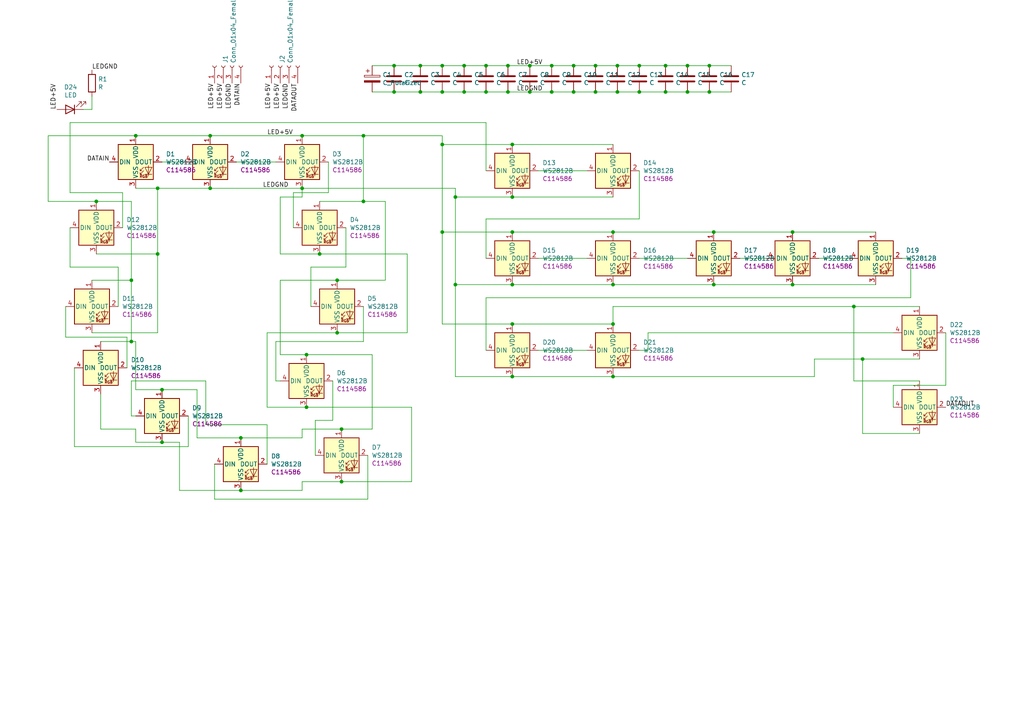
<source format=kicad_sch>
(kicad_sch (version 20211123) (generator eeschema)
  (paper "A4")
  (title_block (title "FCS PANEL") (date "2023-02-10") (rev "3"))
  (lib_symbols
    (symbol "Connector:Conn_01x04_Female" (pin_names (offset 1.016) hide)
      (property "Reference" "J" (at 0 5.08 0))
      (property "Value" "Conn_01x04_Female" (at 0 -7.62 0))
      (symbol "Conn_01x04_Female_1_1"
        (arc (start 0 -4.572) (mid -0.508 -5.08) (end 0 -5.588) (stroke (width 0.1524)))
        (arc (start 0 -2.032) (mid -0.508 -2.54) (end 0 -3.048) (stroke (width 0.1524)))
        (polyline (pts (xy -1.27 -5.08) (xy -0.508 -5.08)) (stroke (width 0.1524)))
        (polyline (pts (xy -1.27 -2.54) (xy -0.508 -2.54)) (stroke (width 0.1524)))
        (polyline (pts (xy -1.27 0) (xy -0.508 0)) (stroke (width 0.1524)))
        (polyline (pts (xy -1.27 2.54) (xy -0.508 2.54)) (stroke (width 0.1524)))
        (arc (start 0 0.508) (mid -0.508 0) (end 0 -0.508) (stroke (width 0.1524)))
        (arc (start 0 3.048) (mid -0.508 2.54) (end 0 2.032) (stroke (width 0.1524)))
        (pin passive line (at -5.08 2.54 0) (length 3.81) (name "Pin_1") (number "1"))
        (pin passive line (at -5.08 0 0) (length 3.81) (name "Pin_2") (number "2"))
        (pin passive line (at -5.08 -2.54 0) (length 3.81) (name "Pin_3") (number "3"))
        (pin passive line (at -5.08 -5.08 0) (length 3.81) (name "Pin_4") (number "4"))
      )
    )
    (symbol "Device:C" (pin_numbers hide) (pin_names (offset 0.254))
      (property "Reference" "C" (at 0.635 2.54 0))
      (property "Value" "C" (at 0.635 -2.54 0))
      (symbol "C_0_1"
        (polyline (pts (xy -2.032 -0.762) (xy 2.032 -0.762)) (stroke (width 0.508)))
        (polyline (pts (xy -2.032 0.762) (xy 2.032 0.762)) (stroke (width 0.508)))
      )
      (symbol "C_1_1"
        (pin passive line (at 0 3.81 270) (length 2.794) (name "~") (number "1"))
        (pin passive line (at 0 -3.81 90) (length 2.794) (name "~") (number "2"))
      )
    )
    (symbol "Device:C_Polarized" (pin_numbers hide) (pin_names (offset 0.254))
      (property "Reference" "C" (at 0.635 2.54 0))
      (property "Value" "C_Polarized" (at 0.635 -2.54 0))
      (symbol "C_Polarized_0_1"
        (rectangle (start -2.286 0.508) (end 2.286 1.016))
        (polyline (pts (xy -1.778 2.286) (xy -0.762 2.286)))
        (polyline (pts (xy -1.27 2.794) (xy -1.27 1.778)))
        (rectangle (start 2.286 -0.508) (end -2.286 -1.016) (fill (type outline)))
      )
      (symbol "C_Polarized_1_1"
        (pin passive line (at 0 3.81 270) (length 2.794) (name "~") (number "1"))
        (pin passive line (at 0 -3.81 90) (length 2.794) (name "~") (number "2"))
      )
    )
    (symbol "Device:LED" (pin_numbers hide) (pin_names (offset 1.016) hide)
      (property "Reference" "D" (at 0 2.54 0))
      (property "Value" "LED" (at 0 -2.54 0))
      (symbol "LED_0_1"
        (polyline (pts (xy -1.27 -1.27) (xy -1.27 1.27)) (stroke (width 0.254)))
        (polyline (pts (xy -1.27 0) (xy 1.27 0)))
        (polyline (pts (xy 1.27 -1.27) (xy 1.27 1.27) (xy -1.27 0) (xy 1.27 -1.27)) (stroke (width 0.254)))
        (polyline (pts (xy -3.048 -0.762) (xy -4.572 -2.286) (xy -3.81 -2.286) (xy -4.572 -2.286) (xy -4.572 -1.524)))
        (polyline (pts (xy -1.778 -0.762) (xy -3.302 -2.286) (xy -2.54 -2.286) (xy -3.302 -2.286) (xy -3.302 -1.524)))
      )
      (symbol "LED_1_1"
        (pin passive line (at -3.81 0 0) (length 2.54) (name "K") (number "1"))
        (pin passive line (at 3.81 0 180) (length 2.54) (name "A") (number "2"))
      )
    )
    (symbol "Device:R" (pin_numbers hide) (pin_names (offset 0))
      (property "Reference" "R" (at 2.032 0 90))
      (property "Value" "R" (at 0 0 90))
      (symbol "R_0_1"
        (rectangle (start -1.016 -2.54) (end 1.016 2.54) (stroke (width 0.254)))
      )
      (symbol "R_1_1"
        (pin passive line (at 0 3.81 270) (length 1.27) (name "~") (number "1"))
        (pin passive line (at 0 -3.81 90) (length 1.27) (name "~") (number "2"))
      )
    )
    (symbol "LED:WS2812B" (pin_names (offset 0.254))
      (property "Reference" "D" (at 5.08 5.715 0))
      (property "Value" "WS2812B" (at 1.27 -5.715 0))
      (symbol "WS2812B_0_0"
        (text "RGB" (at 2.286 -4.191 0) (effects (font (size 0.762 0.762))))
      )
      (symbol "WS2812B_0_1"
        (polyline (pts (xy 1.27 -3.556) (xy 1.778 -3.556)))
        (polyline (pts (xy 1.27 -2.54) (xy 1.778 -2.54)))
        (polyline (pts (xy 4.699 -3.556) (xy 2.667 -3.556)))
        (polyline (pts (xy 2.286 -2.54) (xy 1.27 -3.556) (xy 1.27 -3.048)))
        (polyline (pts (xy 2.286 -1.524) (xy 1.27 -2.54) (xy 1.27 -2.032)))
        (polyline (pts (xy 3.683 -1.016) (xy 3.683 -3.556) (xy 3.683 -4.064)))
        (polyline (pts (xy 4.699 -1.524) (xy 2.667 -1.524) (xy 3.683 -3.556) (xy 4.699 -1.524)))
        (rectangle (start 5.08 5.08) (end -5.08 -5.08) (stroke (width 0.254)) (fill (type background)))
      )
      (symbol "WS2812B_1_1"
        (pin power_in line (at 0 7.62 270) (length 2.54) (name "VDD") (number "1"))
        (pin output line (at 7.62 0 180) (length 2.54) (name "DOUT") (number "2"))
        (pin power_in line (at 0 -7.62 90) (length 2.54) (name "VSS") (number "3"))
        (pin input line (at -7.62 0 0) (length 2.54) (name "DIN") (number "4"))
      )
    )
  )
  (junction (at 45.72 73.66))
  (junction (at 177.8 82.55))
  (junction (at 193.04 26.67))
  (junction (at 153.67 19.05))
  (junction (at 247.65 88.9))
  (junction (at 147.32 19.05))
  (junction (at 199.39 19.05))
  (junction (at 99.06 124.46))
  (junction (at 132.08 57.15))
  (junction (at 147.32 26.67))
  (junction (at 105.41 39.37))
  (junction (at 177.8 109.22))
  (junction (at 97.79 96.52))
  (junction (at 179.07 19.05))
  (junction (at 148.59 93.98))
  (junction (at 69.85 127))
  (junction (at 166.37 26.67))
  (junction (at 229.87 82.55))
  (junction (at 128.27 41.91))
  (junction (at 134.62 19.05))
  (junction (at 88.9 102.87))
  (junction (at 207.01 82.55))
  (junction (at 45.72 54.61))
  (junction (at 229.87 67.31))
  (junction (at 148.59 57.15))
  (junction (at 87.63 54.61))
  (junction (at 148.59 82.55))
  (junction (at 172.72 26.67))
  (junction (at 39.37 39.37))
  (junction (at 92.71 73.66))
  (junction (at 97.79 81.28))
  (junction (at 250.19 104.14))
  (junction (at 121.92 26.67))
  (junction (at 185.42 26.67))
  (junction (at 128.27 67.31))
  (junction (at 105.41 58.42))
  (junction (at 199.39 26.67))
  (junction (at 205.74 26.67))
  (junction (at 205.74 19.05))
  (junction (at 148.59 109.22))
  (junction (at 177.8 93.98))
  (junction (at 60.96 54.61))
  (junction (at 207.01 67.31))
  (junction (at 114.3 26.67))
  (junction (at 46.99 113.03))
  (junction (at 69.85 142.24))
  (junction (at 38.1 81.28))
  (junction (at 99.06 139.7))
  (junction (at 46.99 128.27))
  (junction (at 166.37 19.05))
  (junction (at 134.62 26.67))
  (junction (at 160.02 26.67))
  (junction (at 60.96 39.37))
  (junction (at 128.27 26.67))
  (junction (at 160.02 19.05))
  (junction (at 148.59 67.31))
  (junction (at 153.67 26.67))
  (junction (at 88.9 118.11))
  (junction (at 185.42 19.05))
  (junction (at 87.63 39.37))
  (junction (at 132.08 82.55))
  (junction (at 27.94 58.42))
  (junction (at 140.97 19.05))
  (junction (at 177.8 67.31))
  (junction (at 172.72 19.05))
  (junction (at 179.07 26.67))
  (junction (at 140.97 26.67))
  (junction (at 148.59 41.91))
  (junction (at 38.1 99.06))
  (junction (at 121.92 19.05))
  (junction (at 193.04 19.05))
  (junction (at 114.3 19.05))
  (junction (at 128.27 19.05))
  (wire (pts (xy 45.72 73.66) (xy 45.72 54.61)))
  (wire (pts (xy 111.76 58.42) (xy 111.76 81.28)))
  (wire (pts (xy 193.04 19.05) (xy 199.39 19.05)))
  (wire (pts (xy 81.28 102.87) (xy 88.9 102.87)))
  (wire (pts (xy 185.42 26.67) (xy 179.07 26.67)))
  (wire (pts (xy 166.37 26.67) (xy 160.02 26.67)))
  (wire (pts (xy 107.95 124.46) (xy 99.06 124.46)))
  (wire (pts (xy 236.22 109.22) (xy 236.22 104.14)))
  (wire (pts (xy 52.07 142.24) (xy 69.85 142.24)))
  (wire (pts (xy 100.33 66.04) (xy 100.33 77.47)))
  (wire (pts (xy 69.85 127) (xy 87.63 127)))
  (wire (pts (xy 38.1 81.28) (xy 26.67 81.28)))
  (wire (pts (xy 166.37 19.05) (xy 160.02 19.05)))
  (wire (pts (xy 156.21 101.6) (xy 170.18 101.6)))
  (wire (pts (xy 87.63 139.7) (xy 87.63 142.24)))
  (wire (pts (xy 132.08 82.55) (xy 148.59 82.55)))
  (wire (pts (xy 147.32 26.67) (xy 140.97 26.67)))
  (wire (pts (xy 35.56 55.88) (xy 20.32 55.88)))
  (wire (pts (xy 39.37 113.03) (xy 39.37 99.06)))
  (wire (pts (xy 128.27 19.05) (xy 121.92 19.05)))
  (wire (pts (xy 105.41 58.42) (xy 111.76 58.42)))
  (wire (pts (xy 148.59 57.15) (xy 177.8 57.15)))
  (wire (pts (xy 88.9 102.87) (xy 107.95 102.87)))
  (wire (pts (xy 185.42 19.05) (xy 193.04 19.05)))
  (wire (pts (xy 121.92 26.67) (xy 114.3 26.67)))
  (wire (pts (xy 77.47 118.11) (xy 88.9 118.11)))
  (wire (pts (xy 87.63 39.37) (xy 105.41 39.37)))
  (wire (pts (xy 134.62 19.05) (xy 128.27 19.05)))
  (wire (pts (xy 95.25 46.99) (xy 95.25 55.88)))
  (wire (pts (xy 13.97 58.42) (xy 13.97 39.37)))
  (wire (pts (xy 128.27 39.37) (xy 105.41 39.37)))
  (wire (pts (xy 87.63 142.24) (xy 69.85 142.24)))
  (wire (pts (xy 60.96 54.61) (xy 87.63 54.61)))
  (wire (pts (xy 69.85 127) (xy 57.15 127)))
  (wire (pts (xy 205.74 26.67) (xy 199.39 26.67)))
  (wire (pts (xy 91.44 121.92) (xy 91.44 132.08)))
  (wire (pts (xy 105.41 88.9) (xy 105.41 99.06)))
  (wire (pts (xy 38.1 99.06) (xy 29.21 99.06)))
  (wire (pts (xy 259.08 111.76) (xy 259.08 118.11)))
  (wire (pts (xy 106.68 144.78) (xy 62.23 144.78)))
  (wire (pts (xy 21.59 129.54) (xy 21.59 106.68)))
  (wire (pts (xy 247.65 88.9) (xy 247.65 110.49)))
  (wire (pts (xy 105.41 99.06) (xy 80.01 99.06)))
  (wire (pts (xy 274.32 111.76) (xy 259.08 111.76)))
  (wire (pts (xy 13.97 39.37) (xy 39.37 39.37)))
  (wire (pts (xy 274.32 96.52) (xy 274.32 111.76)))
  (wire (pts (xy 177.8 109.22) (xy 236.22 109.22)))
  (wire (pts (xy 132.08 57.15) (xy 148.59 57.15)))
  (wire (pts (xy 99.06 124.46) (xy 87.63 124.46)))
  (wire (pts (xy 39.37 54.61) (xy 45.72 54.61)))
  (wire (pts (xy 39.37 128.27) (xy 46.99 128.27)))
  (wire (pts (xy 177.8 82.55) (xy 207.01 82.55)))
  (wire (pts (xy 38.1 58.42) (xy 27.94 58.42)))
  (wire (pts (xy 106.68 132.08) (xy 106.68 144.78)))
  (wire (pts (xy 148.59 109.22) (xy 177.8 109.22)))
  (wire (pts (xy 140.97 35.56) (xy 140.97 49.53)))
  (wire (pts (xy 261.62 74.93) (xy 264.16 74.93)))
  (wire (pts (xy 19.05 97.79) (xy 19.05 88.9)))
  (wire (pts (xy 99.06 139.7) (xy 87.63 139.7)))
  (wire (pts (xy 97.79 81.28) (xy 81.28 81.28)))
  (wire (pts (xy 140.97 26.67) (xy 134.62 26.67)))
  (wire (pts (xy 38.1 81.28) (xy 38.1 58.42)))
  (wire (pts (xy 45.72 96.52) (xy 26.67 96.52)))
  (wire (pts (xy 132.08 109.22) (xy 148.59 109.22)))
  (wire (pts (xy 134.62 26.67) (xy 128.27 26.67)))
  (wire (pts (xy 132.08 82.55) (xy 132.08 109.22)))
  (wire (pts (xy 80.01 99.06) (xy 80.01 110.49)))
  (wire (pts (xy 87.63 54.61) (xy 87.63 57.15)))
  (wire (pts (xy 148.59 93.98) (xy 177.8 93.98)))
  (wire (pts (xy 107.95 26.67) (xy 114.3 26.67)))
  (wire (pts (xy 229.87 82.55) (xy 254 82.55)))
  (wire (pts (xy 140.97 86.36) (xy 140.97 101.6)))
  (wire (pts (xy 45.72 73.66) (xy 45.72 96.52)))
  (wire (pts (xy 250.19 125.73) (xy 266.7 125.73)))
  (wire (pts (xy 199.39 26.67) (xy 193.04 26.67)))
  (wire (pts (xy 105.41 58.42) (xy 92.71 58.42)))
  (wire (pts (xy 29.21 114.3) (xy 29.21 124.46)))
  (wire (pts (xy 20.32 77.47) (xy 20.32 66.04)))
  (wire (pts (xy 13.97 58.42) (xy 27.94 58.42)))
  (wire (pts (xy 214.63 74.93) (xy 222.25 74.93)))
  (wire (pts (xy 24.13 31.75) (xy 26.67 31.75)))
  (wire (pts (xy 128.27 67.31) (xy 148.59 67.31)))
  (wire (pts (xy 77.47 96.52) (xy 77.47 118.11)))
  (wire (pts (xy 177.8 88.9) (xy 247.65 88.9)))
  (wire (pts (xy 147.32 19.05) (xy 140.97 19.05)))
  (wire (pts (xy 128.27 41.91) (xy 128.27 67.31)))
  (wire (pts (xy 38.1 110.49) (xy 38.1 120.65)))
  (wire (pts (xy 46.99 113.03) (xy 39.37 113.03)))
  (wire (pts (xy 128.27 41.91) (xy 148.59 41.91)))
  (wire (pts (xy 179.07 26.67) (xy 172.72 26.67)))
  (wire (pts (xy 54.61 120.65) (xy 54.61 129.54)))
  (wire (pts (xy 207.01 67.31) (xy 229.87 67.31)))
  (wire (pts (xy 177.8 67.31) (xy 207.01 67.31)))
  (wire (pts (xy 212.09 26.67) (xy 205.74 26.67)))
  (wire (pts (xy 97.79 96.52) (xy 77.47 96.52)))
  (wire (pts (xy 153.67 26.67) (xy 147.32 26.67)))
  (wire (pts (xy 81.28 57.15) (xy 81.28 73.66)))
  (wire (pts (xy 97.79 81.28) (xy 111.76 81.28)))
  (wire (pts (xy 59.69 110.49) (xy 38.1 110.49)))
  (wire (pts (xy 187.96 96.52) (xy 259.08 96.52)))
  (wire (pts (xy 88.9 118.11) (xy 119.38 118.11)))
  (wire (pts (xy 132.08 57.15) (xy 132.08 54.61)))
  (wire (pts (xy 35.56 66.04) (xy 35.56 55.88)))
  (wire (pts (xy 20.32 35.56) (xy 140.97 35.56)))
  (wire (pts (xy 207.01 82.55) (xy 229.87 82.55)))
  (wire (pts (xy 39.37 99.06) (xy 38.1 99.06)))
  (wire (pts (xy 68.58 46.99) (xy 80.01 46.99)))
  (wire (pts (xy 46.99 128.27) (xy 52.07 128.27)))
  (wire (pts (xy 27.94 73.66) (xy 45.72 73.66)))
  (wire (pts (xy 95.25 55.88) (xy 85.09 55.88)))
  (wire (pts (xy 236.22 104.14) (xy 250.19 104.14)))
  (wire (pts (xy 153.67 19.05) (xy 147.32 19.05)))
  (wire (pts (xy 80.01 110.49) (xy 81.28 110.49)))
  (wire (pts (xy 119.38 139.7) (xy 99.06 139.7)))
  (wire (pts (xy 185.42 74.93) (xy 199.39 74.93)))
  (wire (pts (xy 57.15 127) (xy 57.15 113.03)))
  (wire (pts (xy 148.59 41.91) (xy 177.8 41.91)))
  (wire (pts (xy 92.71 73.66) (xy 118.11 73.66)))
  (wire (pts (xy 81.28 81.28) (xy 81.28 102.87)))
  (wire (pts (xy 185.42 63.5) (xy 140.97 63.5)))
  (wire (pts (xy 59.69 123.19) (xy 59.69 110.49)))
  (wire (pts (xy 185.42 19.05) (xy 179.07 19.05)))
  (wire (pts (xy 250.19 104.14) (xy 250.19 125.73)))
  (wire (pts (xy 90.17 77.47) (xy 90.17 88.9)))
  (wire (pts (xy 62.23 144.78) (xy 62.23 134.62)))
  (wire (pts (xy 81.28 73.66) (xy 92.71 73.66)))
  (wire (pts (xy 96.52 121.92) (xy 91.44 121.92)))
  (wire (pts (xy 34.29 88.9) (xy 34.29 77.47)))
  (wire (pts (xy 36.83 97.79) (xy 19.05 97.79)))
  (wire (pts (xy 39.37 124.46) (xy 39.37 128.27)))
  (wire (pts (xy 128.27 26.67) (xy 121.92 26.67)))
  (wire (pts (xy 237.49 74.93) (xy 246.38 74.93)))
  (wire (pts (xy 140.97 63.5) (xy 140.97 74.93)))
  (wire (pts (xy 128.27 93.98) (xy 148.59 93.98)))
  (wire (pts (xy 172.72 26.67) (xy 166.37 26.67)))
  (wire (pts (xy 100.33 77.47) (xy 90.17 77.47)))
  (wire (pts (xy 148.59 82.55) (xy 177.8 82.55)))
  (wire (pts (xy 38.1 120.65) (xy 39.37 120.65)))
  (wire (pts (xy 97.79 96.52) (xy 118.11 96.52)))
  (wire (pts (xy 121.92 19.05) (xy 114.3 19.05)))
  (wire (pts (xy 160.02 26.67) (xy 153.67 26.67)))
  (wire (pts (xy 29.21 124.46) (xy 39.37 124.46)))
  (wire (pts (xy 156.21 74.93) (xy 170.18 74.93)))
  (wire (pts (xy 39.37 39.37) (xy 60.96 39.37)))
  (wire (pts (xy 264.16 74.93) (xy 264.16 86.36)))
  (wire (pts (xy 107.95 19.05) (xy 114.3 19.05)))
  (wire (pts (xy 185.42 101.6) (xy 187.96 101.6)))
  (wire (pts (xy 46.99 46.99) (xy 53.34 46.99)))
  (wire (pts (xy 118.11 73.66) (xy 118.11 96.52)))
  (wire (pts (xy 87.63 57.15) (xy 81.28 57.15)))
  (wire (pts (xy 52.07 128.27) (xy 52.07 142.24)))
  (wire (pts (xy 199.39 19.05) (xy 205.74 19.05)))
  (wire (pts (xy 87.63 124.46) (xy 87.63 127)))
  (wire (pts (xy 77.47 123.19) (xy 59.69 123.19)))
  (wire (pts (xy 250.19 104.14) (xy 266.7 104.14)))
  (wire (pts (xy 96.52 110.49) (xy 96.52 121.92)))
  (wire (pts (xy 85.09 55.88) (xy 85.09 66.04)))
  (wire (pts (xy 107.95 102.87) (xy 107.95 124.46)))
  (wire (pts (xy 128.27 67.31) (xy 128.27 93.98)))
  (wire (pts (xy 119.38 118.11) (xy 119.38 139.7)))
  (wire (pts (xy 193.04 26.67) (xy 185.42 26.67)))
  (wire (pts (xy 187.96 101.6) (xy 187.96 96.52)))
  (wire (pts (xy 148.59 67.31) (xy 177.8 67.31)))
  (wire (pts (xy 132.08 57.15) (xy 132.08 82.55)))
  (wire (pts (xy 38.1 99.06) (xy 38.1 81.28)))
  (wire (pts (xy 247.65 88.9) (xy 266.7 88.9)))
  (wire (pts (xy 45.72 54.61) (xy 60.96 54.61)))
  (wire (pts (xy 179.07 19.05) (xy 172.72 19.05)))
  (wire (pts (xy 77.47 134.62) (xy 77.47 123.19)))
  (wire (pts (xy 57.15 113.03) (xy 46.99 113.03)))
  (wire (pts (xy 205.74 19.05) (xy 212.09 19.05)))
  (wire (pts (xy 132.08 54.61) (xy 87.63 54.61)))
  (wire (pts (xy 172.72 19.05) (xy 166.37 19.05)))
  (wire (pts (xy 185.42 49.53) (xy 185.42 63.5)))
  (wire (pts (xy 34.29 77.47) (xy 20.32 77.47)))
  (wire (pts (xy 26.67 31.75) (xy 26.67 27.94)))
  (wire (pts (xy 105.41 39.37) (xy 105.41 58.42)))
  (wire (pts (xy 264.16 86.36) (xy 140.97 86.36)))
  (wire (pts (xy 160.02 19.05) (xy 153.67 19.05)))
  (wire (pts (xy 177.8 88.9) (xy 177.8 93.98)))
  (wire (pts (xy 54.61 129.54) (xy 21.59 129.54)))
  (wire (pts (xy 140.97 19.05) (xy 134.62 19.05)))
  (wire (pts (xy 20.32 55.88) (xy 20.32 35.56)))
  (wire (pts (xy 247.65 110.49) (xy 266.7 110.49)))
  (wire (pts (xy 60.96 39.37) (xy 87.63 39.37)))
  (wire (pts (xy 229.87 67.31) (xy 254 67.31)))
  (wire (pts (xy 156.21 49.53) (xy 170.18 49.53)))
  (wire (pts (xy 128.27 41.91) (xy 128.27 39.37)))
  (wire (pts (xy 36.83 106.68) (xy 36.83 97.79)))
  (label "LED+5V" (at 16.51 31.75 90))
  (label "LED+5V" (at 81.28 24.13 270))
  (label "LEDGND" (at 26.67 20.32 0))
  (label "LED+5V" (at 64.77 24.13 270))
  (label "LED+5V" (at 78.74 24.13 270))
  (label "LEDGND" (at 76.2 54.61 0))
  (label "LED+5V" (at 62.23 24.13 270))
  (label "DATAIN" (at 69.85 24.13 270))
  (label "DATAOUT" (at 274.32 118.11 0))
  (label "LED+5V" (at 77.47 39.37 0))
  (label "LEDGND" (at 149.86 26.67 0))
  (label "LEDGND" (at 83.82 24.13 270))
  (label "DATAIN" (at 31.75 46.99 180))
  (label "DATAOUT" (at 86.36 24.13 270))
  (label "LED+5V" (at 149.86 19.05 0))
  (label "LEDGND" (at 67.31 24.13 270))
  (symbol (lib_id "Connector:Conn_01x04_Female") (at 64.77 19.05 90) (unit 1)
    (property "Reference" "J1" (at 65.3796 18.3388 0) (effects (justify left)))
    (property "Value" "Conn_01x04_Female" (at 67.691 18.3388 0) (effects (justify left)))
    (property "Footprint" "OH_Footprints:Molex_Mini-Fit_Jr_5566-04A_2x02_P4.20mm_Vertical" (effects hide))
  )
  (symbol (lib_id "Connector:Conn_01x04_Female") (at 81.28 19.05 90) (unit 1)
    (property "Reference" "J2" (at 81.8896 18.3388 0) (effects (justify left)))
    (property "Value" "Conn_01x04_Female" (at 84.201 18.3388 0) (effects (justify left)))
    (property "Footprint" "OH_Footprints:Molex_Mini-Fit_Jr_5566-04A_2x02_P4.20mm_Vertical" (effects hide))
  )
  (symbol (lib_id "LED:WS2812B") (at 39.37 46.99 0) (unit 1)
    (property "Reference" "D1" (at 48.1076 44.6786 0) (effects (justify left)))
    (property "Value" "WS2812B" (at 48.1076 46.99 0) (effects (justify left)))
    (property "Footprint" "OH_Footprints:LED_WS2812B_PLCC4_5.0x5.0mm_P3.2mm" (effects hide))
    (property "Datasheet" "https://cdn-shop.adafruit.com/datasheets/WS2812B.pdf" (effects hide))
    (property "LCSC Part Number" "C114586" (at 48.1076 49.3014 0) (effects (justify left)))
  )
  (symbol (lib_id "LED:WS2812B") (at 60.96 46.99 0) (unit 1)
    (property "Reference" "D2" (at 69.6976 44.6786 0) (effects (justify left)))
    (property "Value" "WS2812B" (at 69.6976 46.99 0) (effects (justify left)))
    (property "Footprint" "OH_Footprints:LED_WS2812B_PLCC4_5.0x5.0mm_P3.2mm" (effects hide))
    (property "Datasheet" "https://cdn-shop.adafruit.com/datasheets/WS2812B.pdf" (effects hide))
    (property "LCSC Part Number" "C114586" (at 69.6976 49.3014 0) (effects (justify left)))
  )
  (symbol (lib_id "LED:WS2812B") (at 87.63 46.99 0) (unit 1)
    (property "Reference" "D3" (at 96.3676 44.6786 0) (effects (justify left)))
    (property "Value" "WS2812B" (at 96.3676 46.99 0) (effects (justify left)))
    (property "Footprint" "OH_Footprints:LED_WS2812B_PLCC4_5.0x5.0mm_P3.2mm" (effects hide))
    (property "Datasheet" "https://cdn-shop.adafruit.com/datasheets/WS2812B.pdf" (effects hide))
    (property "LCSC Part Number" "C114586" (at 96.3676 49.3014 0) (effects (justify left)))
  )
  (symbol (lib_id "LED:WS2812B") (at 92.71 66.04 0) (unit 1)
    (property "Reference" "D4" (at 101.4476 63.7286 0) (effects (justify left)))
    (property "Value" "WS2812B" (at 101.4476 66.04 0) (effects (justify left)))
    (property "Footprint" "OH_Footprints:LED_WS2812B_PLCC4_5.0x5.0mm_P3.2mm" (effects hide))
    (property "Datasheet" "https://cdn-shop.adafruit.com/datasheets/WS2812B.pdf" (effects hide))
    (property "LCSC Part Number" "C114586" (at 101.4476 68.3514 0) (effects (justify left)))
  )
  (symbol (lib_id "LED:WS2812B") (at 97.79 88.9 0) (unit 1)
    (property "Reference" "D5" (at 106.5276 86.5886 0) (effects (justify left)))
    (property "Value" "WS2812B" (at 106.5276 88.9 0) (effects (justify left)))
    (property "Footprint" "OH_Footprints:LED_WS2812B_PLCC4_5.0x5.0mm_P3.2mm" (effects hide))
    (property "Datasheet" "https://cdn-shop.adafruit.com/datasheets/WS2812B.pdf" (effects hide))
    (property "LCSC Part Number" "C114586" (at 106.5276 91.2114 0) (effects (justify left)))
  )
  (symbol (lib_id "LED:WS2812B") (at 88.9 110.49 0) (unit 1)
    (property "Reference" "D6" (at 97.6376 108.1786 0) (effects (justify left)))
    (property "Value" "WS2812B" (at 97.6376 110.49 0) (effects (justify left)))
    (property "Footprint" "OH_Footprints:LED_WS2812B_PLCC4_5.0x5.0mm_P3.2mm" (effects hide))
    (property "Datasheet" "https://cdn-shop.adafruit.com/datasheets/WS2812B.pdf" (effects hide))
    (property "LCSC Part Number" "C114586" (at 97.6376 112.8014 0) (effects (justify left)))
  )
  (symbol (lib_id "LED:WS2812B") (at 99.06 132.08 0) (unit 1)
    (property "Reference" "D7" (at 107.7976 129.7686 0) (effects (justify left)))
    (property "Value" "WS2812B" (at 107.7976 132.08 0) (effects (justify left)))
    (property "Footprint" "OH_Footprints:LED_WS2812B_PLCC4_5.0x5.0mm_P3.2mm" (effects hide))
    (property "Datasheet" "https://cdn-shop.adafruit.com/datasheets/WS2812B.pdf" (effects hide))
    (property "LCSC Part Number" "C114586" (at 107.7976 134.3914 0) (effects (justify left)))
  )
  (symbol (lib_id "LED:WS2812B") (at 69.85 134.62 0) (unit 1)
    (property "Reference" "D8" (at 78.5876 132.3086 0) (effects (justify left)))
    (property "Value" "WS2812B" (at 78.5876 134.62 0) (effects (justify left)))
    (property "Footprint" "OH_Footprints:LED_WS2812B_PLCC4_5.0x5.0mm_P3.2mm" (effects hide))
    (property "Datasheet" "https://cdn-shop.adafruit.com/datasheets/WS2812B.pdf" (effects hide))
    (property "LCSC Part Number" "C114586" (at 78.5876 136.9314 0) (effects (justify left)))
  )
  (symbol (lib_id "LED:WS2812B") (at 46.99 120.65 0) (unit 1)
    (property "Reference" "D9" (at 55.7276 118.3386 0) (effects (justify left)))
    (property "Value" "WS2812B" (at 55.7276 120.65 0) (effects (justify left)))
    (property "Footprint" "OH_Footprints:LED_WS2812B_PLCC4_5.0x5.0mm_P3.2mm" (effects hide))
    (property "Datasheet" "https://cdn-shop.adafruit.com/datasheets/WS2812B.pdf" (effects hide))
    (property "LCSC Part Number" "C114586" (at 55.7276 122.9614 0) (effects (justify left)))
  )
  (symbol (lib_id "LED:WS2812B") (at 26.67 88.9 0) (unit 1)
    (property "Reference" "D11" (at 35.4076 86.5886 0) (effects (justify left)))
    (property "Value" "WS2812B" (at 35.4076 88.9 0) (effects (justify left)))
    (property "Footprint" "OH_Footprints:LED_WS2812B_PLCC4_5.0x5.0mm_P3.2mm" (effects hide))
    (property "Datasheet" "https://cdn-shop.adafruit.com/datasheets/WS2812B.pdf" (effects hide))
    (property "LCSC Part Number" "C114586" (at 35.4076 91.2114 0) (effects (justify left)))
  )
  (symbol (lib_id "LED:WS2812B") (at 27.94 66.04 0) (unit 1)
    (property "Reference" "D12" (at 36.6776 63.7286 0) (effects (justify left)))
    (property "Value" "WS2812B" (at 36.6776 66.04 0) (effects (justify left)))
    (property "Footprint" "OH_Footprints:LED_WS2812B_PLCC4_5.0x5.0mm_P3.2mm" (effects hide))
    (property "Datasheet" "https://cdn-shop.adafruit.com/datasheets/WS2812B.pdf" (effects hide))
    (property "LCSC Part Number" "C114586" (at 36.6776 68.3514 0) (effects (justify left)))
  )
  (symbol (lib_id "LED:WS2812B") (at 148.59 49.53 0) (unit 1)
    (property "Reference" "D13" (at 157.3276 47.2186 0) (effects (justify left)))
    (property "Value" "WS2812B" (at 157.3276 49.53 0) (effects (justify left)))
    (property "Footprint" "OH_Footprints:LED_WS2812B_PLCC4_5.0x5.0mm_P3.2mm" (effects hide))
    (property "Datasheet" "https://cdn-shop.adafruit.com/datasheets/WS2812B.pdf" (effects hide))
    (property "LCSC Part Number" "C114586" (at 157.3276 51.8414 0) (effects (justify left)))
  )
  (symbol (lib_id "LED:WS2812B") (at 177.8 49.53 0) (unit 1)
    (property "Reference" "D14" (at 186.5376 47.2186 0) (effects (justify left)))
    (property "Value" "WS2812B" (at 186.5376 49.53 0) (effects (justify left)))
    (property "Footprint" "OH_Footprints:LED_WS2812B_PLCC4_5.0x5.0mm_P3.2mm" (effects hide))
    (property "Datasheet" "https://cdn-shop.adafruit.com/datasheets/WS2812B.pdf" (effects hide))
    (property "LCSC Part Number" "C114586" (at 186.5376 51.8414 0) (effects (justify left)))
  )
  (symbol (lib_id "LED:WS2812B") (at 148.59 74.93 0) (unit 1)
    (property "Reference" "D15" (at 157.3276 72.6186 0) (effects (justify left)))
    (property "Value" "WS2812B" (at 157.3276 74.93 0) (effects (justify left)))
    (property "Footprint" "OH_Footprints:LED_WS2812B_PLCC4_5.0x5.0mm_P3.2mm" (effects hide))
    (property "Datasheet" "https://cdn-shop.adafruit.com/datasheets/WS2812B.pdf" (effects hide))
    (property "LCSC Part Number" "C114586" (at 157.3276 77.2414 0) (effects (justify left)))
  )
  (symbol (lib_id "LED:WS2812B") (at 177.8 74.93 0) (unit 1)
    (property "Reference" "D16" (at 186.5376 72.6186 0) (effects (justify left)))
    (property "Value" "WS2812B" (at 186.5376 74.93 0) (effects (justify left)))
    (property "Footprint" "OH_Footprints:LED_WS2812B_PLCC4_5.0x5.0mm_P3.2mm" (effects hide))
    (property "Datasheet" "https://cdn-shop.adafruit.com/datasheets/WS2812B.pdf" (effects hide))
    (property "LCSC Part Number" "C114586" (at 186.5376 77.2414 0) (effects (justify left)))
  )
  (symbol (lib_id "LED:WS2812B") (at 148.59 101.6 0) (unit 1)
    (property "Reference" "D20" (at 157.3276 99.2886 0) (effects (justify left)))
    (property "Value" "WS2812B" (at 157.3276 101.6 0) (effects (justify left)))
    (property "Footprint" "OH_Footprints:LED_WS2812B_PLCC4_5.0x5.0mm_P3.2mm" (effects hide))
    (property "Datasheet" "https://cdn-shop.adafruit.com/datasheets/WS2812B.pdf" (effects hide))
    (property "LCSC Part Number" "C114586" (at 157.3276 103.9114 0) (effects (justify left)))
  )
  (symbol (lib_id "LED:WS2812B") (at 177.8 101.6 0) (unit 1)
    (property "Reference" "D21" (at 186.5376 99.2886 0) (effects (justify left)))
    (property "Value" "WS2812B" (at 186.5376 101.6 0) (effects (justify left)))
    (property "Footprint" "OH_Footprints:LED_WS2812B_PLCC4_5.0x5.0mm_P3.2mm" (effects hide))
    (property "Datasheet" "https://cdn-shop.adafruit.com/datasheets/WS2812B.pdf" (effects hide))
    (property "LCSC Part Number" "C114586" (at 186.5376 103.9114 0) (effects (justify left)))
  )
  (symbol (lib_id "LED:WS2812B") (at 207.01 74.93 0) (unit 1)
    (property "Reference" "D17" (at 215.7476 72.6186 0) (effects (justify left)))
    (property "Value" "WS2812B" (at 215.7476 74.93 0) (effects (justify left)))
    (property "Footprint" "OH_Footprints:LED_WS2812B_PLCC4_5.0x5.0mm_P3.2mm" (effects hide))
    (property "Datasheet" "https://cdn-shop.adafruit.com/datasheets/WS2812B.pdf" (effects hide))
    (property "LCSC Part Number" "C114586" (at 215.7476 77.2414 0) (effects (justify left)))
  )
  (symbol (lib_id "LED:WS2812B") (at 229.87 74.93 0) (unit 1)
    (property "Reference" "D18" (at 238.6076 72.6186 0) (effects (justify left)))
    (property "Value" "WS2812B" (at 238.6076 74.93 0) (effects (justify left)))
    (property "Footprint" "OH_Footprints:LED_WS2812B_PLCC4_5.0x5.0mm_P3.2mm" (effects hide))
    (property "Datasheet" "https://cdn-shop.adafruit.com/datasheets/WS2812B.pdf" (effects hide))
    (property "LCSC Part Number" "C114586" (at 238.6076 77.2414 0) (effects (justify left)))
  )
  (symbol (lib_id "LED:WS2812B") (at 254 74.93 0) (unit 1)
    (property "Reference" "D19" (at 262.7376 72.6186 0) (effects (justify left)))
    (property "Value" "WS2812B" (at 262.7376 74.93 0) (effects (justify left)))
    (property "Footprint" "OH_Footprints:LED_WS2812B_PLCC4_5.0x5.0mm_P3.2mm" (effects hide))
    (property "Datasheet" "https://cdn-shop.adafruit.com/datasheets/WS2812B.pdf" (effects hide))
    (property "LCSC Part Number" "C114586" (at 262.7376 77.2414 0) (effects (justify left)))
  )
  (symbol (lib_id "LED:WS2812B") (at 266.7 96.52 0) (unit 1)
    (property "Reference" "D22" (at 275.4376 94.2086 0) (effects (justify left)))
    (property "Value" "WS2812B" (at 275.4376 96.52 0) (effects (justify left)))
    (property "Footprint" "OH_Footprints:LED_WS2812B_PLCC4_5.0x5.0mm_P3.2mm" (effects hide))
    (property "Datasheet" "https://cdn-shop.adafruit.com/datasheets/WS2812B.pdf" (effects hide))
    (property "LCSC Part Number" "C114586" (at 275.4376 98.8314 0) (effects (justify left)))
  )
  (symbol (lib_id "LED:WS2812B") (at 266.7 118.11 0) (unit 1)
    (property "Reference" "D23" (at 275.4376 115.7986 0) (effects (justify left)))
    (property "Value" "WS2812B" (at 275.4376 118.11 0) (effects (justify left)))
    (property "Footprint" "OH_Footprints:LED_WS2812B_PLCC4_5.0x5.0mm_P3.2mm" (effects hide))
    (property "Datasheet" "https://cdn-shop.adafruit.com/datasheets/WS2812B.pdf" (effects hide))
    (property "LCSC Part Number" "C114586" (at 275.4376 120.4214 0) (effects (justify left)))
  )
  (symbol (lib_id "LED:WS2812B") (at 29.21 106.68 0) (unit 1)
    (property "Reference" "D10" (at 37.9476 104.3686 0) (effects (justify left)))
    (property "Value" "WS2812B" (at 37.9476 106.68 0) (effects (justify left)))
    (property "Footprint" "OH_Footprints:LED_WS2812B_PLCC4_5.0x5.0mm_P3.2mm" (effects hide))
    (property "Datasheet" "https://cdn-shop.adafruit.com/datasheets/WS2812B.pdf" (effects hide))
    (property "LCSC Part Number" "C114586" (at 37.9476 108.9914 0) (effects (justify left)))
  )
  (symbol (lib_id "Device:C_Polarized") (at 107.95 22.86 0) (unit 1)
    (property "Reference" "C1" (at 110.9472 21.6916 0) (effects (justify left)))
    (property "Value" "C_Polarized" (at 110.9472 24.003 0) (effects (justify left)))
    (property "Footprint" "OH_Footprints:CP_Elec_8x10" (effects hide))
  )
  (symbol (lib_id "Device:R") (at 26.67 24.13 0) (unit 1)
    (property "Reference" "R1" (at 28.448 22.9616 0) (effects (justify left)))
    (property "Value" "R" (at 28.448 25.273 0) (effects (justify left)))
    (property "Footprint" "OH_Footprints:R_0603_1608Metric" (effects hide))
  )
  (symbol (lib_id "Device:LED") (at 20.32 31.75 180) (unit 1)
    (property "Reference" "D24" (at 20.4978 25.273 0))
    (property "Value" "LED" (at 20.4978 27.5844 0))
    (property "Footprint" "OH_Footprints:LED_D3.0mm" (effects hide))
  )
  (symbol (lib_id "Device:C") (at 114.3 22.86 0) (unit 1)
    (property "Reference" "C2" (at 117.221 21.6916 0) (effects (justify left)))
    (property "Value" "C" (at 117.221 24.003 0) (effects (justify left)))
    (property "Footprint" "OH_Footprints:C_0603_1608Metric" (effects hide))
  )
  (symbol (lib_id "Device:C") (at 121.92 22.86 0) (unit 1)
    (property "Reference" "C3" (at 124.841 21.6916 0) (effects (justify left)))
    (property "Value" "C" (at 124.841 24.003 0) (effects (justify left)))
    (property "Footprint" "OH_Footprints:C_0603_1608Metric" (effects hide))
  )
  (symbol (lib_id "Device:C") (at 128.27 22.86 0) (unit 1)
    (property "Reference" "C4" (at 131.191 21.6916 0) (effects (justify left)))
    (property "Value" "C" (at 131.191 24.003 0) (effects (justify left)))
    (property "Footprint" "OH_Footprints:C_0603_1608Metric" (effects hide))
  )
  (symbol (lib_id "Device:C") (at 134.62 22.86 0) (unit 1)
    (property "Reference" "C5" (at 137.541 21.6916 0) (effects (justify left)))
    (property "Value" "C" (at 137.541 24.003 0) (effects (justify left)))
    (property "Footprint" "OH_Footprints:C_0603_1608Metric" (effects hide))
  )
  (symbol (lib_id "Device:C") (at 140.97 22.86 0) (unit 1)
    (property "Reference" "C6" (at 143.891 21.6916 0) (effects (justify left)))
    (property "Value" "C" (at 143.891 24.003 0) (effects (justify left)))
    (property "Footprint" "OH_Footprints:C_0603_1608Metric" (effects hide))
  )
  (symbol (lib_id "Device:C") (at 147.32 22.86 0) (unit 1)
    (property "Reference" "C7" (at 150.241 21.6916 0) (effects (justify left)))
    (property "Value" "C" (at 150.241 24.003 0) (effects (justify left)))
    (property "Footprint" "OH_Footprints:C_0603_1608Metric" (effects hide))
  )
  (symbol (lib_id "Device:C") (at 153.67 22.86 0) (unit 1)
    (property "Reference" "C8" (at 156.591 21.6916 0) (effects (justify left)))
    (property "Value" "C" (at 156.591 24.003 0) (effects (justify left)))
    (property "Footprint" "OH_Footprints:C_0603_1608Metric" (effects hide))
  )
  (symbol (lib_id "Device:C") (at 160.02 22.86 0) (unit 1)
    (property "Reference" "C9" (at 162.941 21.6916 0) (effects (justify left)))
    (property "Value" "C" (at 162.941 24.003 0) (effects (justify left)))
    (property "Footprint" "OH_Footprints:C_0603_1608Metric" (effects hide))
  )
  (symbol (lib_id "Device:C") (at 166.37 22.86 0) (unit 1)
    (property "Reference" "C10" (at 169.291 21.6916 0) (effects (justify left)))
    (property "Value" "C" (at 169.291 24.003 0) (effects (justify left)))
    (property "Footprint" "OH_Footprints:C_0603_1608Metric" (effects hide))
  )
  (symbol (lib_id "Device:C") (at 172.72 22.86 0) (unit 1)
    (property "Reference" "C11" (at 175.641 21.6916 0) (effects (justify left)))
    (property "Value" "C" (at 175.641 24.003 0) (effects (justify left)))
    (property "Footprint" "OH_Footprints:C_0603_1608Metric" (effects hide))
  )
  (symbol (lib_id "Device:C") (at 179.07 22.86 0) (unit 1)
    (property "Reference" "C12" (at 181.991 21.6916 0) (effects (justify left)))
    (property "Value" "C" (at 181.991 24.003 0) (effects (justify left)))
    (property "Footprint" "OH_Footprints:C_0603_1608Metric" (effects hide))
  )
  (symbol (lib_id "Device:C") (at 185.42 22.86 0) (unit 1)
    (property "Reference" "C13" (at 188.341 21.6916 0) (effects (justify left)))
    (property "Value" "C" (at 188.341 24.003 0) (effects (justify left)))
    (property "Footprint" "OH_Footprints:C_0603_1608Metric" (effects hide))
  )
  (symbol (lib_id "Device:C") (at 193.04 22.86 0) (unit 1)
    (property "Reference" "C14" (at 195.961 21.6916 0) (effects (justify left)))
    (property "Value" "C" (at 195.961 24.003 0) (effects (justify left)))
    (property "Footprint" "OH_Footprints:C_0603_1608Metric" (effects hide))
  )
  (symbol (lib_id "Device:C") (at 199.39 22.86 0) (unit 1)
    (property "Reference" "C15" (at 202.311 21.6916 0) (effects (justify left)))
    (property "Value" "C" (at 202.311 24.003 0) (effects (justify left)))
    (property "Footprint" "OH_Footprints:C_0603_1608Metric" (effects hide))
  )
  (symbol (lib_id "Device:C") (at 205.74 22.86 0) (unit 1)
    (property "Reference" "C16" (at 208.661 21.6916 0) (effects (justify left)))
    (property "Value" "C" (at 208.661 24.003 0) (effects (justify left)))
    (property "Footprint" "OH_Footprints:C_0603_1608Metric" (effects hide))
  )
  (symbol (lib_id "Device:C") (at 212.09 22.86 0) (unit 1)
    (property "Reference" "C17" (at 215.011 21.6916 0) (effects (justify left)))
    (property "Value" "C" (at 215.011 24.003 0) (effects (justify left)))
    (property "Footprint" "OH_Footprints:C_0603_1608Metric" (effects hide))
  )
)
</source>
